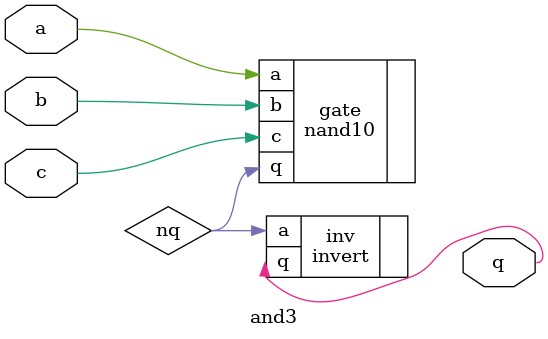
<source format=v>
`timescale 1ns/1ps

/*
3-input and gate
*/

module and3 (
        input a,
        input b,
        input c,
        output q
    );
    
    wire nq;
    nand10 gate(
        .a(a),
        .b(b),
        .c(c),
        .q(nq)
    );

    invert inv(
        .a(nq),
        .q(q)
    );
endmodule
</source>
